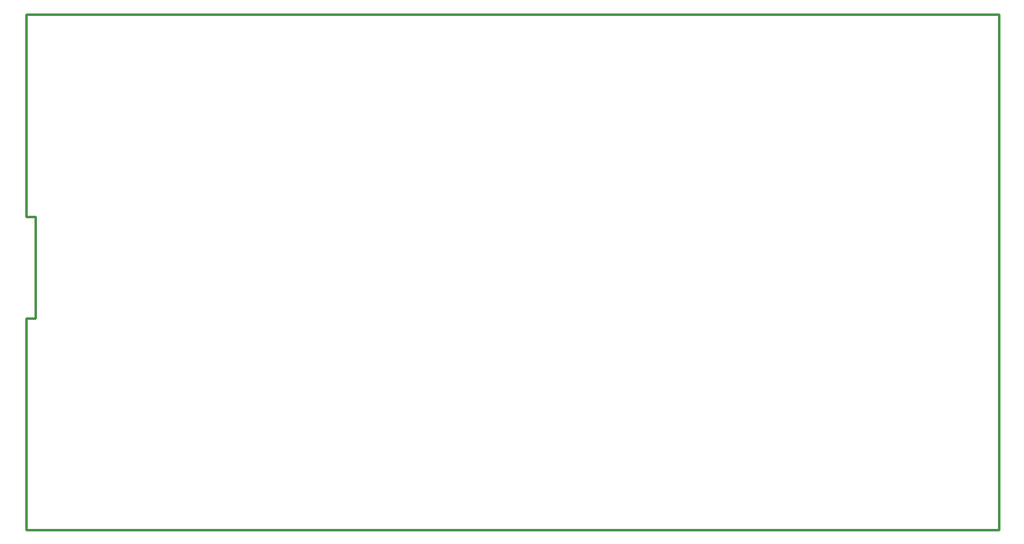
<source format=gbr>
%TF.GenerationSoftware,Altium Limited,Altium Designer,20.1.11 (218)*%
G04 Layer_Color=16711935*
%FSLAX26Y26*%
%MOIN*%
%TF.SameCoordinates,27E64F16-BD7F-4648-91A1-9AE93EB88D02*%
%TF.FilePolarity,Positive*%
%TF.FileFunction,Keep-out,Top*%
%TF.Part,Single*%
G01*
G75*
%TA.AperFunction,NonConductor*%
%ADD75C,0.010000*%
D75*
X0Y1244094D02*
Y2047244D01*
Y1244094D02*
X39370D01*
Y838583D02*
Y1244094D01*
X0Y838583D02*
X39370D01*
X0Y0D02*
Y838583D01*
Y0D02*
X3858268D01*
Y2047244D01*
X0D02*
X3858268D01*
%TF.MD5,1899c1553e1cc7032bd350c8234fd180*%
M02*

</source>
